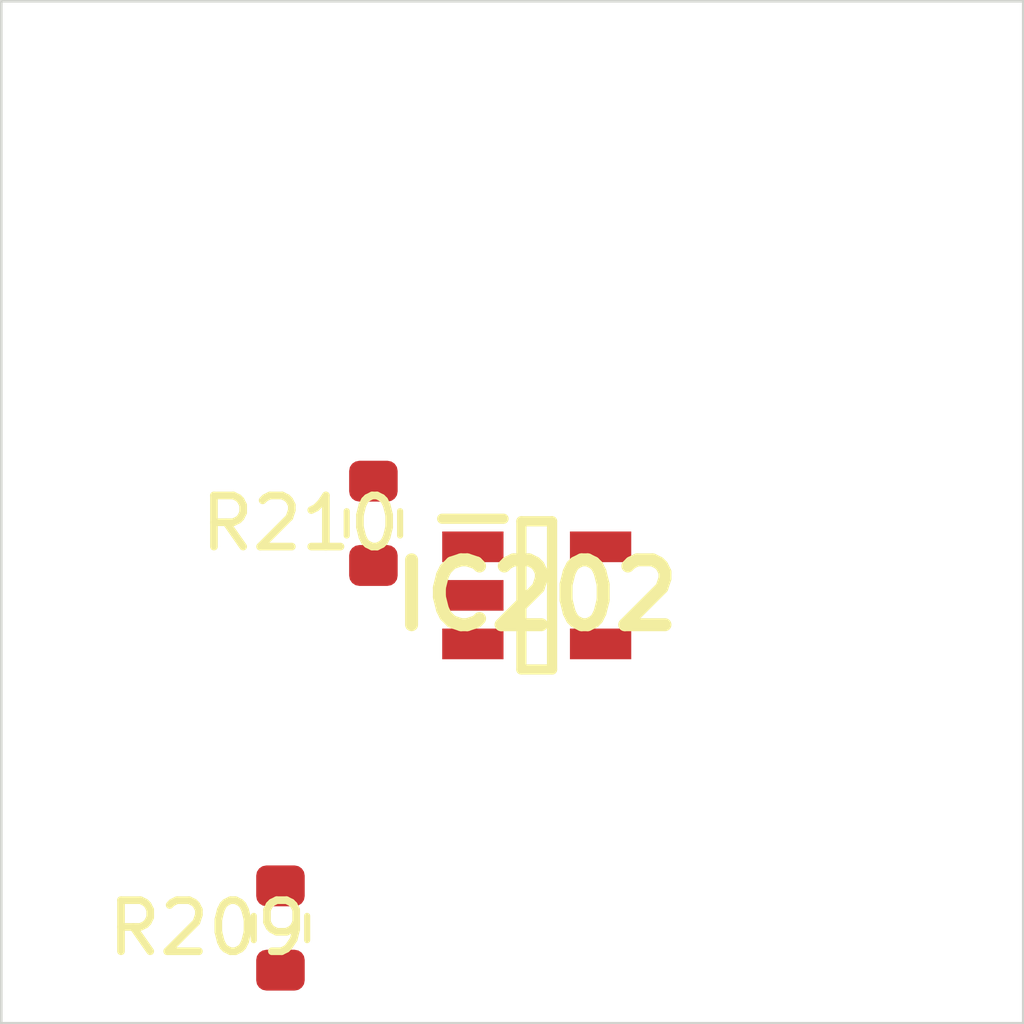
<source format=kicad_pcb>
 ( kicad_pcb  ( version 20171130 )
 ( host pcbnew 5.1.12-84ad8e8a86~92~ubuntu18.04.1 )
 ( general  ( thickness 1.6 )
 ( drawings 4 )
 ( tracks 0 )
 ( zones 0 )
 ( modules 3 )
 ( nets 5 )
)
 ( page A4 )
 ( layers  ( 0 F.Cu signal )
 ( 31 B.Cu signal )
 ( 32 B.Adhes user )
 ( 33 F.Adhes user )
 ( 34 B.Paste user )
 ( 35 F.Paste user )
 ( 36 B.SilkS user )
 ( 37 F.SilkS user )
 ( 38 B.Mask user )
 ( 39 F.Mask user )
 ( 40 Dwgs.User user )
 ( 41 Cmts.User user )
 ( 42 Eco1.User user )
 ( 43 Eco2.User user )
 ( 44 Edge.Cuts user )
 ( 45 Margin user )
 ( 46 B.CrtYd user )
 ( 47 F.CrtYd user )
 ( 48 B.Fab user )
 ( 49 F.Fab user )
)
 ( setup  ( last_trace_width 0.25 )
 ( trace_clearance 0.2 )
 ( zone_clearance 0.508 )
 ( zone_45_only no )
 ( trace_min 0.2 )
 ( via_size 0.8 )
 ( via_drill 0.4 )
 ( via_min_size 0.4 )
 ( via_min_drill 0.3 )
 ( uvia_size 0.3 )
 ( uvia_drill 0.1 )
 ( uvias_allowed no )
 ( uvia_min_size 0.2 )
 ( uvia_min_drill 0.1 )
 ( edge_width 0.05 )
 ( segment_width 0.2 )
 ( pcb_text_width 0.3 )
 ( pcb_text_size 1.5 1.5 )
 ( mod_edge_width 0.12 )
 ( mod_text_size 1 1 )
 ( mod_text_width 0.15 )
 ( pad_size 1.524 1.524 )
 ( pad_drill 0.762 )
 ( pad_to_mask_clearance 0 )
 ( aux_axis_origin 0 0 )
 ( visible_elements FFFFFF7F )
 ( pcbplotparams  ( layerselection 0x010fc_ffffffff )
 ( usegerberextensions false )
 ( usegerberattributes true )
 ( usegerberadvancedattributes true )
 ( creategerberjobfile true )
 ( excludeedgelayer true )
 ( linewidth 0.100000 )
 ( plotframeref false )
 ( viasonmask false )
 ( mode 1 )
 ( useauxorigin false )
 ( hpglpennumber 1 )
 ( hpglpenspeed 20 )
 ( hpglpendiameter 15.000000 )
 ( psnegative false )
 ( psa4output false )
 ( plotreference true )
 ( plotvalue true )
 ( plotinvisibletext false )
 ( padsonsilk false )
 ( subtractmaskfromsilk false )
 ( outputformat 1 )
 ( mirror false )
 ( drillshape 1 )
 ( scaleselection 1 )
 ( outputdirectory "" )
)
)
 ( net 0 "" )
 ( net 1 GND )
 ( net 2 VDDA )
 ( net 3 /Sheet6235D886/vp )
 ( net 4 "Net-(IC202-Pad3)" )
 ( net_class Default "This is the default net class."  ( clearance 0.2 )
 ( trace_width 0.25 )
 ( via_dia 0.8 )
 ( via_drill 0.4 )
 ( uvia_dia 0.3 )
 ( uvia_drill 0.1 )
 ( add_net /Sheet6235D886/vp )
 ( add_net GND )
 ( add_net "Net-(IC202-Pad3)" )
 ( add_net VDDA )
)
 ( module SOT95P280X145-5N locked  ( layer F.Cu )
 ( tedit 62336ED7 )
 ( tstamp 623423ED )
 ( at 90.479100 111.627000 )
 ( descr DBV0005A )
 ( tags "Integrated Circuit" )
 ( path /6235D887/6266C08E )
 ( attr smd )
 ( fp_text reference IC202  ( at 0 0 )
 ( layer F.SilkS )
 ( effects  ( font  ( size 1.27 1.27 )
 ( thickness 0.254 )
)
)
)
 ( fp_text value TL071HIDBVR  ( at 0 0 )
 ( layer F.SilkS )
hide  ( effects  ( font  ( size 1.27 1.27 )
 ( thickness 0.254 )
)
)
)
 ( fp_line  ( start -1.85 -1.5 )
 ( end -0.65 -1.5 )
 ( layer F.SilkS )
 ( width 0.2 )
)
 ( fp_line  ( start -0.3 1.45 )
 ( end -0.3 -1.45 )
 ( layer F.SilkS )
 ( width 0.2 )
)
 ( fp_line  ( start 0.3 1.45 )
 ( end -0.3 1.45 )
 ( layer F.SilkS )
 ( width 0.2 )
)
 ( fp_line  ( start 0.3 -1.45 )
 ( end 0.3 1.45 )
 ( layer F.SilkS )
 ( width 0.2 )
)
 ( fp_line  ( start -0.3 -1.45 )
 ( end 0.3 -1.45 )
 ( layer F.SilkS )
 ( width 0.2 )
)
 ( fp_line  ( start -0.8 -0.5 )
 ( end 0.15 -1.45 )
 ( layer Dwgs.User )
 ( width 0.1 )
)
 ( fp_line  ( start -0.8 1.45 )
 ( end -0.8 -1.45 )
 ( layer Dwgs.User )
 ( width 0.1 )
)
 ( fp_line  ( start 0.8 1.45 )
 ( end -0.8 1.45 )
 ( layer Dwgs.User )
 ( width 0.1 )
)
 ( fp_line  ( start 0.8 -1.45 )
 ( end 0.8 1.45 )
 ( layer Dwgs.User )
 ( width 0.1 )
)
 ( fp_line  ( start -0.8 -1.45 )
 ( end 0.8 -1.45 )
 ( layer Dwgs.User )
 ( width 0.1 )
)
 ( fp_line  ( start -2.1 1.775 )
 ( end -2.1 -1.775 )
 ( layer Dwgs.User )
 ( width 0.05 )
)
 ( fp_line  ( start 2.1 1.775 )
 ( end -2.1 1.775 )
 ( layer Dwgs.User )
 ( width 0.05 )
)
 ( fp_line  ( start 2.1 -1.775 )
 ( end 2.1 1.775 )
 ( layer Dwgs.User )
 ( width 0.05 )
)
 ( fp_line  ( start -2.1 -1.775 )
 ( end 2.1 -1.775 )
 ( layer Dwgs.User )
 ( width 0.05 )
)
 ( pad 1 smd rect  ( at -1.25 -0.95 90.000000 )
 ( size 0.6 1.2 )
 ( layers F.Cu F.Mask F.Paste )
 ( net 3 /Sheet6235D886/vp )
)
 ( pad 2 smd rect  ( at -1.25 0 90.000000 )
 ( size 0.6 1.2 )
 ( layers F.Cu F.Mask F.Paste )
 ( net 1 GND )
)
 ( pad 3 smd rect  ( at -1.25 0.95 90.000000 )
 ( size 0.6 1.2 )
 ( layers F.Cu F.Mask F.Paste )
 ( net 4 "Net-(IC202-Pad3)" )
)
 ( pad 4 smd rect  ( at 1.25 0.95 90.000000 )
 ( size 0.6 1.2 )
 ( layers F.Cu F.Mask F.Paste )
 ( net 3 /Sheet6235D886/vp )
)
 ( pad 5 smd rect  ( at 1.25 -0.95 90.000000 )
 ( size 0.6 1.2 )
 ( layers F.Cu F.Mask F.Paste )
 ( net 2 VDDA )
)
)
 ( module Resistor_SMD:R_0603_1608Metric  ( layer F.Cu )
 ( tedit 5F68FEEE )
 ( tstamp 62342595 )
 ( at 85.463800 118.137000 90.000000 )
 ( descr "Resistor SMD 0603 (1608 Metric), square (rectangular) end terminal, IPC_7351 nominal, (Body size source: IPC-SM-782 page 72, https://www.pcb-3d.com/wordpress/wp-content/uploads/ipc-sm-782a_amendment_1_and_2.pdf), generated with kicad-footprint-generator" )
 ( tags resistor )
 ( path /6235D887/623CDBD9 )
 ( attr smd )
 ( fp_text reference R209  ( at 0 -1.43 )
 ( layer F.SilkS )
 ( effects  ( font  ( size 1 1 )
 ( thickness 0.15 )
)
)
)
 ( fp_text value 100k  ( at 0 1.43 )
 ( layer F.Fab )
 ( effects  ( font  ( size 1 1 )
 ( thickness 0.15 )
)
)
)
 ( fp_line  ( start -0.8 0.4125 )
 ( end -0.8 -0.4125 )
 ( layer F.Fab )
 ( width 0.1 )
)
 ( fp_line  ( start -0.8 -0.4125 )
 ( end 0.8 -0.4125 )
 ( layer F.Fab )
 ( width 0.1 )
)
 ( fp_line  ( start 0.8 -0.4125 )
 ( end 0.8 0.4125 )
 ( layer F.Fab )
 ( width 0.1 )
)
 ( fp_line  ( start 0.8 0.4125 )
 ( end -0.8 0.4125 )
 ( layer F.Fab )
 ( width 0.1 )
)
 ( fp_line  ( start -0.237258 -0.5225 )
 ( end 0.237258 -0.5225 )
 ( layer F.SilkS )
 ( width 0.12 )
)
 ( fp_line  ( start -0.237258 0.5225 )
 ( end 0.237258 0.5225 )
 ( layer F.SilkS )
 ( width 0.12 )
)
 ( fp_line  ( start -1.48 0.73 )
 ( end -1.48 -0.73 )
 ( layer F.CrtYd )
 ( width 0.05 )
)
 ( fp_line  ( start -1.48 -0.73 )
 ( end 1.48 -0.73 )
 ( layer F.CrtYd )
 ( width 0.05 )
)
 ( fp_line  ( start 1.48 -0.73 )
 ( end 1.48 0.73 )
 ( layer F.CrtYd )
 ( width 0.05 )
)
 ( fp_line  ( start 1.48 0.73 )
 ( end -1.48 0.73 )
 ( layer F.CrtYd )
 ( width 0.05 )
)
 ( fp_text user %R  ( at 0 0 )
 ( layer F.Fab )
 ( effects  ( font  ( size 0.4 0.4 )
 ( thickness 0.06 )
)
)
)
 ( pad 1 smd roundrect  ( at -0.825 0 90.000000 )
 ( size 0.8 0.95 )
 ( layers F.Cu F.Mask F.Paste )
 ( roundrect_rratio 0.25 )
 ( net 2 VDDA )
)
 ( pad 2 smd roundrect  ( at 0.825 0 90.000000 )
 ( size 0.8 0.95 )
 ( layers F.Cu F.Mask F.Paste )
 ( roundrect_rratio 0.25 )
 ( net 4 "Net-(IC202-Pad3)" )
)
 ( model ${KISYS3DMOD}/Resistor_SMD.3dshapes/R_0603_1608Metric.wrl  ( at  ( xyz 0 0 0 )
)
 ( scale  ( xyz 1 1 1 )
)
 ( rotate  ( xyz 0 0 0 )
)
)
)
 ( module Resistor_SMD:R_0603_1608Metric  ( layer F.Cu )
 ( tedit 5F68FEEE )
 ( tstamp 623425A6 )
 ( at 87.282800 110.217000 90.000000 )
 ( descr "Resistor SMD 0603 (1608 Metric), square (rectangular) end terminal, IPC_7351 nominal, (Body size source: IPC-SM-782 page 72, https://www.pcb-3d.com/wordpress/wp-content/uploads/ipc-sm-782a_amendment_1_and_2.pdf), generated with kicad-footprint-generator" )
 ( tags resistor )
 ( path /6235D887/623CDBDF )
 ( attr smd )
 ( fp_text reference R210  ( at 0 -1.43 )
 ( layer F.SilkS )
 ( effects  ( font  ( size 1 1 )
 ( thickness 0.15 )
)
)
)
 ( fp_text value 100k  ( at 0 1.43 )
 ( layer F.Fab )
 ( effects  ( font  ( size 1 1 )
 ( thickness 0.15 )
)
)
)
 ( fp_line  ( start 1.48 0.73 )
 ( end -1.48 0.73 )
 ( layer F.CrtYd )
 ( width 0.05 )
)
 ( fp_line  ( start 1.48 -0.73 )
 ( end 1.48 0.73 )
 ( layer F.CrtYd )
 ( width 0.05 )
)
 ( fp_line  ( start -1.48 -0.73 )
 ( end 1.48 -0.73 )
 ( layer F.CrtYd )
 ( width 0.05 )
)
 ( fp_line  ( start -1.48 0.73 )
 ( end -1.48 -0.73 )
 ( layer F.CrtYd )
 ( width 0.05 )
)
 ( fp_line  ( start -0.237258 0.5225 )
 ( end 0.237258 0.5225 )
 ( layer F.SilkS )
 ( width 0.12 )
)
 ( fp_line  ( start -0.237258 -0.5225 )
 ( end 0.237258 -0.5225 )
 ( layer F.SilkS )
 ( width 0.12 )
)
 ( fp_line  ( start 0.8 0.4125 )
 ( end -0.8 0.4125 )
 ( layer F.Fab )
 ( width 0.1 )
)
 ( fp_line  ( start 0.8 -0.4125 )
 ( end 0.8 0.4125 )
 ( layer F.Fab )
 ( width 0.1 )
)
 ( fp_line  ( start -0.8 -0.4125 )
 ( end 0.8 -0.4125 )
 ( layer F.Fab )
 ( width 0.1 )
)
 ( fp_line  ( start -0.8 0.4125 )
 ( end -0.8 -0.4125 )
 ( layer F.Fab )
 ( width 0.1 )
)
 ( fp_text user %R  ( at 0 0 )
 ( layer F.Fab )
 ( effects  ( font  ( size 0.4 0.4 )
 ( thickness 0.06 )
)
)
)
 ( pad 2 smd roundrect  ( at 0.825 0 90.000000 )
 ( size 0.8 0.95 )
 ( layers F.Cu F.Mask F.Paste )
 ( roundrect_rratio 0.25 )
 ( net 1 GND )
)
 ( pad 1 smd roundrect  ( at -0.825 0 90.000000 )
 ( size 0.8 0.95 )
 ( layers F.Cu F.Mask F.Paste )
 ( roundrect_rratio 0.25 )
 ( net 4 "Net-(IC202-Pad3)" )
)
 ( model ${KISYS3DMOD}/Resistor_SMD.3dshapes/R_0603_1608Metric.wrl  ( at  ( xyz 0 0 0 )
)
 ( scale  ( xyz 1 1 1 )
)
 ( rotate  ( xyz 0 0 0 )
)
)
)
 ( gr_line  ( start 100 100 )
 ( end 100 120 )
 ( layer Edge.Cuts )
 ( width 0.05 )
 ( tstamp 62E770C4 )
)
 ( gr_line  ( start 80 120 )
 ( end 100 120 )
 ( layer Edge.Cuts )
 ( width 0.05 )
 ( tstamp 62E770C0 )
)
 ( gr_line  ( start 80 100 )
 ( end 100 100 )
 ( layer Edge.Cuts )
 ( width 0.05 )
 ( tstamp 6234110C )
)
 ( gr_line  ( start 80 100 )
 ( end 80 120 )
 ( layer Edge.Cuts )
 ( width 0.05 )
)
)

</source>
